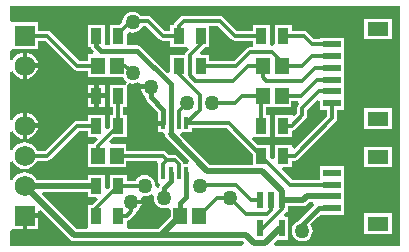
<source format=gtl>
G04 Layer_Physical_Order=1*
G04 Layer_Color=255*
%FSLAX24Y24*%
%MOIN*%
G70*
G01*
G75*
%ADD10R,0.0453X0.0571*%
%ADD11R,0.0374X0.0532*%
%ADD12R,0.0220X0.0580*%
%ADD13R,0.0157X0.0394*%
%ADD14R,0.0610X0.0236*%
%ADD15R,0.0709X0.0472*%
%ADD16C,0.0200*%
%ADD17C,0.0150*%
%ADD18C,0.0120*%
%ADD19R,0.0680X0.0680*%
%ADD20C,0.0680*%
%ADD21C,0.0500*%
G36*
X5235Y7135D02*
X5288Y7099D01*
X5350Y7087D01*
X5599D01*
Y6884D01*
X6162D01*
X6225Y6806D01*
X6135Y6715D01*
X6099Y6662D01*
X6090Y6616D01*
X5599D01*
Y6034D01*
X5506Y5996D01*
X4626Y6876D01*
X4568Y6915D01*
X4500Y6928D01*
X4151D01*
Y7295D01*
X4251Y7362D01*
X4259Y7359D01*
X4350Y7347D01*
X4441Y7359D01*
X4527Y7394D01*
X4600Y7450D01*
X4656Y7523D01*
X4682Y7587D01*
X4782D01*
X5235Y7135D01*
D02*
G37*
G36*
X7635D02*
X7688Y7099D01*
X7750Y7087D01*
X8349D01*
Y6884D01*
X8259Y6859D01*
X8245D01*
X8183Y6846D01*
X8130Y6811D01*
X7732Y6413D01*
X6901D01*
Y6616D01*
X6627D01*
X6589Y6708D01*
X6730Y6849D01*
X6753Y6884D01*
X6901D01*
Y7587D01*
X7182D01*
X7635Y7135D01*
D02*
G37*
G36*
X2385Y6135D02*
X2438Y6099D01*
X2500Y6087D01*
X2500Y6087D01*
X2859D01*
Y5865D01*
X4027D01*
X4044Y5823D01*
X4100Y5750D01*
X4146Y5716D01*
X4112Y5616D01*
X3577D01*
Y4884D01*
X3701D01*
Y4616D01*
X3577D01*
Y4200D01*
X3514Y4149D01*
X3423Y4189D01*
Y4616D01*
X2849D01*
Y4413D01*
X2500D01*
X2500Y4413D01*
X2438Y4401D01*
X2385Y4365D01*
X1432Y3413D01*
X1159D01*
X1134Y3472D01*
X1064Y3564D01*
X972Y3634D01*
X865Y3679D01*
X750Y3694D01*
X635Y3679D01*
X528Y3634D01*
X436Y3564D01*
X366Y3472D01*
X350Y3434D01*
X250Y3454D01*
Y4046D01*
X350Y4066D01*
X366Y4028D01*
X436Y3936D01*
X528Y3866D01*
X635Y3821D01*
X675Y3816D01*
Y4250D01*
Y4684D01*
X635Y4679D01*
X528Y4634D01*
X436Y4564D01*
X366Y4472D01*
X350Y4434D01*
X250Y4454D01*
Y6046D01*
X350Y6066D01*
X366Y6028D01*
X436Y5936D01*
X528Y5866D01*
X635Y5821D01*
X675Y5816D01*
Y6250D01*
Y6684D01*
X635Y6679D01*
X528Y6634D01*
X436Y6564D01*
X366Y6472D01*
X350Y6434D01*
X250Y6454D01*
Y6735D01*
X310Y6810D01*
X1190D01*
Y7087D01*
X1432D01*
X2385Y6135D01*
D02*
G37*
G36*
X4551Y5679D02*
X4578Y5661D01*
X4608Y5630D01*
X4607Y5625D01*
X4950D01*
Y5475D01*
X4607D01*
X4609Y5459D01*
X4644Y5373D01*
X4700Y5300D01*
X4772Y5246D01*
Y5200D01*
X4785Y5132D01*
X4824Y5074D01*
X5178Y4720D01*
X5187Y4624D01*
X5187Y4624D01*
X5187Y4624D01*
Y4402D01*
X5366D01*
Y4252D01*
X5187D01*
Y4030D01*
X5366D01*
X5418Y3967D01*
X5434Y3889D01*
X5478Y3823D01*
X6230Y3070D01*
X6189Y2970D01*
X6041D01*
Y2972D01*
X6029Y3034D01*
X5993Y3087D01*
X5865Y3215D01*
X5812Y3251D01*
X5750Y3263D01*
X5568D01*
X5465Y3365D01*
X5412Y3401D01*
X5350Y3413D01*
X4141D01*
Y3635D01*
X3611D01*
X3573Y3728D01*
X3729Y3884D01*
X4151D01*
Y4616D01*
X4027D01*
Y4884D01*
X4151D01*
Y5595D01*
X4228Y5672D01*
X4259Y5659D01*
X4350Y5647D01*
X4441Y5659D01*
X4522Y5692D01*
X4551Y5679D01*
D02*
G37*
G36*
X10595Y5073D02*
Y4782D01*
X10837D01*
Y4568D01*
X9751Y3482D01*
X9651Y3523D01*
Y3616D01*
X9077D01*
Y3189D01*
X8986Y3149D01*
X8923Y3200D01*
Y3616D01*
X8501D01*
X8321Y3796D01*
X8374Y3884D01*
X8923D01*
Y4616D01*
X8799D01*
Y4865D01*
X9641D01*
Y5087D01*
X9865D01*
X9906Y4987D01*
X9885Y4965D01*
X9849Y4912D01*
X9837Y4850D01*
Y4668D01*
X9744Y4574D01*
X9651Y4613D01*
Y4616D01*
X9077D01*
Y3884D01*
X9651D01*
Y4087D01*
X9712Y4099D01*
X9765Y4135D01*
X10115Y4485D01*
X10151Y4538D01*
X10163Y4600D01*
Y4782D01*
X10495Y5114D01*
X10595Y5073D01*
D02*
G37*
G36*
X8349Y3306D02*
Y2954D01*
X6923D01*
X5940Y3938D01*
X5978Y4030D01*
X6313D01*
Y4164D01*
X7491D01*
X8349Y3306D01*
D02*
G37*
G36*
X2849Y3884D02*
X3137D01*
X3175Y3792D01*
X3070Y3686D01*
X3036Y3635D01*
X2859D01*
Y2865D01*
X4141D01*
Y3087D01*
X5134D01*
X5151Y3075D01*
X5161Y3059D01*
X5187Y2970D01*
X5187D01*
Y2376D01*
X5207D01*
X5251Y2276D01*
X5235Y2252D01*
X5227Y2210D01*
X5197Y2182D01*
X5195Y2181D01*
X5164Y2193D01*
X5107Y2246D01*
X5102Y2258D01*
X5091Y2341D01*
X5056Y2427D01*
X5000Y2500D01*
X4927Y2556D01*
X4841Y2591D01*
X4750Y2603D01*
X4659Y2591D01*
X4573Y2556D01*
X4500Y2500D01*
X4444Y2427D01*
X4439Y2413D01*
X4151D01*
Y2616D01*
X3577D01*
Y2200D01*
X3514Y2149D01*
X3423Y2189D01*
Y2616D01*
X2849D01*
Y2454D01*
X1142D01*
X1134Y2472D01*
X1064Y2564D01*
X972Y2634D01*
X865Y2679D01*
X750Y2694D01*
X635Y2679D01*
X528Y2634D01*
X436Y2564D01*
X366Y2472D01*
X350Y2434D01*
X250Y2454D01*
Y3046D01*
X350Y3066D01*
X366Y3028D01*
X436Y2936D01*
X528Y2866D01*
X635Y2821D01*
X750Y2806D01*
X865Y2821D01*
X972Y2866D01*
X1064Y2936D01*
X1134Y3028D01*
X1159Y3087D01*
X1500D01*
X1562Y3099D01*
X1615Y3135D01*
X2568Y4087D01*
X2849D01*
Y3884D01*
D02*
G37*
G36*
X4999Y1963D02*
X5056Y1917D01*
X5047Y1850D01*
X5059Y1759D01*
X5094Y1673D01*
X5150Y1600D01*
X5223Y1544D01*
X5309Y1509D01*
X5400Y1497D01*
X5491Y1509D01*
X5509Y1516D01*
X5609Y1449D01*
Y1212D01*
X5201Y804D01*
X4199D01*
X4151Y884D01*
Y1087D01*
X4212Y1099D01*
X4265Y1135D01*
X4415Y1285D01*
X4451Y1338D01*
X4461Y1388D01*
X4477Y1394D01*
X4550Y1450D01*
X4606Y1523D01*
X4641Y1609D01*
X4643Y1625D01*
X4300D01*
Y1775D01*
X4643D01*
X4641Y1791D01*
X4631Y1817D01*
X4632Y1822D01*
X4703Y1903D01*
X4750Y1897D01*
X4841Y1909D01*
X4927Y1944D01*
X4967Y1975D01*
X4999Y1963D01*
D02*
G37*
G36*
X2849Y1884D02*
X3137D01*
X3175Y1792D01*
X3020Y1637D01*
X3006Y1616D01*
X2849D01*
Y884D01*
X2801Y804D01*
X2484D01*
X1335Y1954D01*
X1373Y2046D01*
X2849D01*
Y1884D01*
D02*
G37*
G36*
X13250Y250D02*
X9098D01*
X9060Y342D01*
X9157Y440D01*
X9534D01*
Y1220D01*
X9437D01*
X9399Y1307D01*
X9456Y1380D01*
X9534D01*
Y1566D01*
X10020D01*
X10098Y1582D01*
X10164Y1626D01*
X10234Y1696D01*
X10352D01*
X10394Y1596D01*
X9875Y1077D01*
X9823Y1056D01*
X9750Y1000D01*
X9694Y927D01*
X9659Y841D01*
X9647Y750D01*
X9659Y659D01*
X9694Y573D01*
X9750Y500D01*
X9823Y444D01*
X9909Y409D01*
X10000Y397D01*
X10091Y409D01*
X10177Y444D01*
X10250Y500D01*
X10306Y573D01*
X10341Y659D01*
X10353Y750D01*
X10341Y841D01*
X10306Y927D01*
X10272Y970D01*
X10524Y1222D01*
X10595Y1282D01*
Y1282D01*
X10595Y1282D01*
X11405D01*
Y1676D01*
Y2069D01*
Y2463D01*
Y2899D01*
X10595D01*
Y2451D01*
X9666D01*
X9325Y2792D01*
X9363Y2884D01*
X9651D01*
Y3087D01*
X9750D01*
X9812Y3099D01*
X9865Y3135D01*
X11115Y4385D01*
X11151Y4438D01*
X11163Y4500D01*
Y4782D01*
X11405D01*
Y5176D01*
Y5569D01*
Y5963D01*
Y6357D01*
Y6750D01*
Y7187D01*
X10595D01*
Y7132D01*
X10399D01*
X10165Y7365D01*
X10112Y7401D01*
X10050Y7413D01*
X9651D01*
Y7616D01*
X9077D01*
Y6963D01*
X8997Y6896D01*
X8923Y6923D01*
Y7616D01*
X8349D01*
Y7413D01*
X7818D01*
X7365Y7865D01*
X7312Y7901D01*
X7250Y7913D01*
X6050D01*
X5988Y7901D01*
X5935Y7865D01*
X5770Y7701D01*
X5735Y7648D01*
X5729Y7616D01*
X5599D01*
Y7413D01*
X5418D01*
X4965Y7865D01*
X4912Y7901D01*
X4850Y7913D01*
X4628D01*
X4600Y7950D01*
X4527Y8006D01*
X4441Y8041D01*
X4350Y8053D01*
X4259Y8041D01*
X4173Y8006D01*
X4100Y7950D01*
X4044Y7877D01*
X4009Y7791D01*
X3997Y7700D01*
X3998Y7690D01*
X3930Y7616D01*
X3577D01*
Y6928D01*
X3423D01*
Y7616D01*
X2849D01*
Y6884D01*
X2963D01*
X2971Y6846D01*
X3010Y6788D01*
X3070Y6728D01*
X3032Y6635D01*
X2859D01*
Y6413D01*
X2568D01*
X1615Y7365D01*
X1562Y7401D01*
X1500Y7413D01*
X1190D01*
Y7690D01*
X310D01*
X250Y7765D01*
Y8250D01*
X13250D01*
Y250D01*
D02*
G37*
G36*
X2256Y456D02*
X2322Y412D01*
X2400Y396D01*
X8015D01*
X8052Y350D01*
X8005Y250D01*
X250D01*
Y735D01*
X310Y810D01*
X675D01*
Y1250D01*
X750D01*
Y1325D01*
X1190D01*
Y1391D01*
X1282Y1429D01*
X2256Y456D01*
D02*
G37*
%LPC*%
G36*
X825Y6684D02*
Y6325D01*
X1184D01*
X1179Y6365D01*
X1134Y6472D01*
X1064Y6564D01*
X972Y6634D01*
X865Y6679D01*
X825Y6684D01*
D02*
G37*
G36*
X1184Y6175D02*
X825D01*
Y5816D01*
X865Y5821D01*
X972Y5866D01*
X1064Y5936D01*
X1134Y6028D01*
X1179Y6135D01*
X1184Y6175D01*
D02*
G37*
G36*
X3423Y5616D02*
X3211D01*
Y5325D01*
X3423D01*
Y5616D01*
D02*
G37*
G36*
X3061D02*
X2849D01*
Y5325D01*
X3061D01*
Y5616D01*
D02*
G37*
G36*
X3423Y5175D02*
X3211D01*
Y4884D01*
X3423D01*
Y5175D01*
D02*
G37*
G36*
X3061D02*
X2849D01*
Y4884D01*
X3061D01*
Y5175D01*
D02*
G37*
G36*
X825Y4684D02*
Y4325D01*
X1184D01*
X1179Y4365D01*
X1134Y4472D01*
X1064Y4564D01*
X972Y4634D01*
X865Y4679D01*
X825Y4684D01*
D02*
G37*
G36*
X1184Y4175D02*
X825D01*
Y3816D01*
X865Y3821D01*
X972Y3866D01*
X1064Y3936D01*
X1134Y4028D01*
X1179Y4135D01*
X1184Y4175D01*
D02*
G37*
G36*
X12980Y7817D02*
X12071D01*
Y7144D01*
X12980D01*
Y7817D01*
D02*
G37*
G36*
Y4824D02*
X12071D01*
Y4152D01*
X12980D01*
Y4824D01*
D02*
G37*
G36*
Y3529D02*
X12071D01*
Y2857D01*
X12980D01*
Y3529D01*
D02*
G37*
G36*
Y1324D02*
X12071D01*
Y652D01*
X12980D01*
Y1324D01*
D02*
G37*
G36*
X1190Y1175D02*
X825D01*
Y810D01*
X1190D01*
Y1175D01*
D02*
G37*
%LPD*%
D10*
X6565Y1250D02*
D03*
X5935D02*
D03*
X3815Y6250D02*
D03*
X3185D02*
D03*
X8685D02*
D03*
X9315D02*
D03*
X9315Y5250D02*
D03*
X8685D02*
D03*
X3185Y3250D02*
D03*
X3815D02*
D03*
D11*
X3864Y7250D02*
D03*
X3136D02*
D03*
X3864Y5250D02*
D03*
X3136D02*
D03*
Y4250D02*
D03*
X3864D02*
D03*
X3136Y2250D02*
D03*
X3864D02*
D03*
X3136Y1250D02*
D03*
X3864D02*
D03*
X9364Y4250D02*
D03*
X8636D02*
D03*
X6614Y7250D02*
D03*
X5886D02*
D03*
X9364D02*
D03*
X8636D02*
D03*
Y3250D02*
D03*
X9364D02*
D03*
X5886Y6250D02*
D03*
X6614D02*
D03*
D12*
X9324Y830D02*
D03*
X8576D02*
D03*
Y1770D02*
D03*
X8950D02*
D03*
X9324D02*
D03*
D13*
X5878Y2673D02*
D03*
X6134D02*
D03*
X5622D02*
D03*
X5366D02*
D03*
Y4327D02*
D03*
X5622D02*
D03*
X6134D02*
D03*
X5878D02*
D03*
D14*
X11000Y2681D02*
D03*
Y2287D02*
D03*
Y1894D02*
D03*
Y1500D02*
D03*
Y6969D02*
D03*
Y6575D02*
D03*
Y6181D02*
D03*
Y5787D02*
D03*
Y5394D02*
D03*
Y5000D02*
D03*
D15*
X12526Y988D02*
D03*
Y3193D02*
D03*
Y4488D02*
D03*
Y7480D02*
D03*
D16*
X10994Y1900D02*
X11000Y1894D01*
X10150Y1900D02*
X10994D01*
X10020Y1770D02*
X10150Y1900D01*
X9324Y1770D02*
X10020D01*
X9324Y1900D02*
Y2079D01*
Y1770D02*
Y1900D01*
X9330Y1894D01*
X5285Y600D02*
X8123D01*
X8383Y340D01*
X750Y2250D02*
X3136D01*
X5285Y600D02*
X5935Y1250D01*
X8653Y2750D02*
X9324Y2079D01*
X5622Y3967D02*
X6839Y2750D01*
X8653D01*
X9259Y830D02*
X9324D01*
X8383Y340D02*
X8769D01*
X9259Y830D01*
X2400Y600D02*
X5285D01*
X750Y2250D02*
X2400Y600D01*
D17*
X10550Y1500D02*
X11000D01*
X10000Y950D02*
X10550Y1500D01*
X10000Y750D02*
Y950D01*
X6132Y2675D02*
X6134Y2673D01*
X5622Y3967D02*
Y4327D01*
X5620Y2673D02*
X5622D01*
X5620Y4329D02*
X5622Y4327D01*
X4500Y6750D02*
X5620Y5630D01*
Y4329D02*
Y5630D01*
X5366Y4327D02*
Y4784D01*
X4950Y5200D02*
X5366Y4784D01*
X4950Y5200D02*
Y5550D01*
X5935Y1250D02*
Y1685D01*
X5400Y1850D02*
Y2184D01*
X5620Y2404D01*
Y2673D01*
X5935Y1685D02*
X6134Y1884D01*
Y2673D01*
X3136Y7014D02*
Y7350D01*
Y6914D02*
X3300Y6750D01*
X4500D01*
D18*
X8636Y3250D02*
X9598Y2287D01*
X11000D01*
Y4500D02*
Y5000D01*
X10000Y4600D02*
Y4850D01*
X9650Y4250D02*
X10000Y4600D01*
Y4850D02*
X10544Y5394D01*
X11000D01*
X9364Y4250D02*
X9650D01*
X10487Y5787D02*
X11000D01*
X9950Y5250D02*
X10487Y5787D01*
X10431Y6181D02*
X11000D01*
X10000Y5750D02*
X10431Y6181D01*
X8800Y5750D02*
X10000D01*
X10331Y6969D02*
X11000D01*
X10050Y7250D02*
X10331Y6969D01*
X9364Y7250D02*
X10050D01*
X10325Y6575D02*
X11000D01*
X10000Y6250D02*
X10325Y6575D01*
X9315Y6250D02*
X10000D01*
X5750Y3100D02*
X5878Y2972D01*
Y2673D02*
Y2972D01*
X5366Y2673D02*
Y2966D01*
X5500Y3100D01*
X5750D01*
X6134Y4327D02*
X7559D01*
X8636Y3250D01*
X9315Y5250D02*
X9950D01*
X8685Y5865D02*
Y6250D01*
Y5865D02*
X8800Y5750D01*
X8995Y6695D02*
X9315Y6376D01*
Y6250D02*
Y6376D01*
X7250Y7750D02*
X7750Y7250D01*
X8636D01*
Y4250D02*
Y5201D01*
X8685Y5250D01*
X5886Y5964D02*
Y6250D01*
X8000Y5250D02*
X8685D01*
X7750Y5000D02*
X8000Y5250D01*
X7000Y5000D02*
X7750D01*
X5886Y5964D02*
X6590Y5260D01*
X6134Y4327D02*
X6590Y4783D01*
Y5260D01*
X5878Y4327D02*
Y4728D01*
X6150Y5000D01*
X3864Y7250D02*
Y7314D01*
X3815Y6250D02*
X4100D01*
X4350Y6000D01*
X3864Y7314D02*
X4300Y7750D01*
X3864Y2250D02*
X4750D01*
X6600D02*
X6610Y2260D01*
X7600Y1850D02*
X8130Y1320D01*
X8815D01*
X8950Y1455D01*
Y1770D01*
X8576Y830D02*
X8680D01*
X9324Y1474D01*
Y1770D01*
X9364Y3250D02*
X9750D01*
X11000Y4500D01*
X6614Y6250D02*
X7800D01*
X8245Y6695D01*
X8995D01*
X6435Y5750D02*
X7700D01*
X8200Y6250D01*
X8685D01*
X6250Y5935D02*
X6435Y5750D01*
X6250Y5935D02*
Y6600D01*
X6614Y6964D01*
Y7250D01*
X4350Y7750D02*
X4850D01*
X5350Y7250D01*
X5886D01*
Y7586D01*
X6050Y7750D01*
X7250D01*
X6610Y2260D02*
X7790D01*
X8280Y1770D01*
X8576D01*
X6565Y1250D02*
X7165Y1850D01*
X7600D01*
X3864Y1250D02*
X4150D01*
X4300Y1400D01*
Y1700D01*
X3185Y3571D02*
X3864Y4250D01*
X3185Y3250D02*
Y3571D01*
X3815Y3250D02*
X5350D01*
X5500Y3100D01*
X3136Y1250D02*
Y1522D01*
X3864Y2250D01*
Y4250D02*
Y5250D01*
X750Y3250D02*
X1500D01*
X2500Y4250D01*
X3136D01*
X750Y7250D02*
X1500D01*
X2500Y6250D01*
X3185D01*
D19*
X750Y7250D02*
D03*
Y1250D02*
D03*
D20*
Y6250D02*
D03*
Y4250D02*
D03*
Y3250D02*
D03*
Y2250D02*
D03*
D21*
X10000Y750D02*
D03*
X6150Y5000D02*
D03*
X7000D02*
D03*
X4350Y6000D02*
D03*
Y7700D02*
D03*
X4950Y5550D02*
D03*
X7600Y1850D02*
D03*
X5400D02*
D03*
X4750Y2250D02*
D03*
X6600D02*
D03*
X4300Y1700D02*
D03*
M02*

</source>
